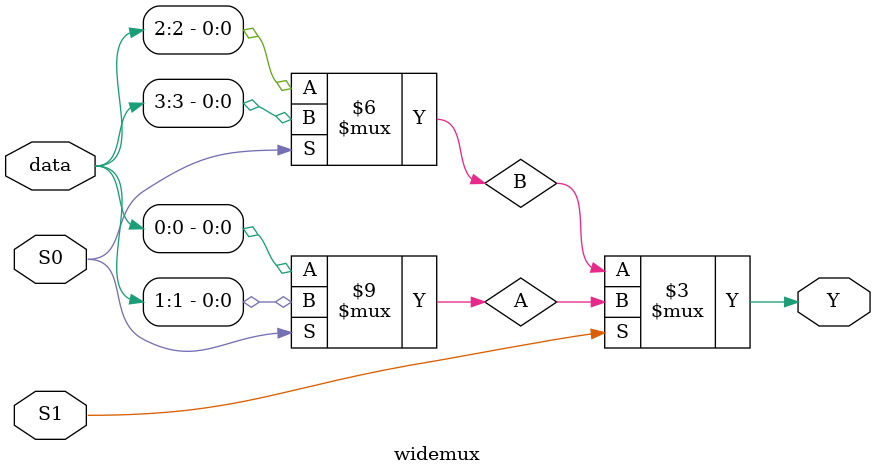
<source format=v>
/*
ISC License

Copyright (C) 2024 Microchip Technology Inc. and its subsidiaries

Permission to use, copy, modify, and/or distribute this software for any
purpose with or without fee is hereby granted, provided that the above
copyright notice and this permission notice appear in all copies.

THE SOFTWARE IS PROVIDED "AS IS" AND THE AUTHOR DISCLAIMS ALL WARRANTIES
WITH REGARD TO THIS SOFTWARE INCLUDING ALL IMPLIED WARRANTIES OF
MERCHANTABILITY AND FITNESS. IN NO EVENT SHALL THE AUTHOR BE LIABLE FOR
ANY SPECIAL, DIRECT, INDIRECT, OR CONSEQUENTIAL DAMAGES OR ANY DAMAGES
WHATSOEVER RESULTING FROM LOSS OF USE, DATA OR PROFITS, WHETHER IN AN
ACTION OF CONTRACT, NEGLIGENCE OR OTHER TORTIOUS ACTION, ARISING OUT OF
OR IN CONNECTION WITH THE USE OR PERFORMANCE OF THIS SOFTWARE.
*/

module widemux(
	input [3:0] data,
	input S0,
	input S1,
	output Y

);

wire A, B;

always @ (*) begin 
		if (S0)begin
		A = data[1];
		B = data[3];
		end else begin 
		A = data[0];
		B = data[2];
	end

	if (S1)begin
		Y = A;
	end else begin
		Y = B;
	end

end
endmodule




</source>
